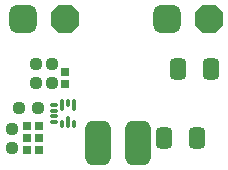
<source format=gbr>
%TF.GenerationSoftware,Altium Limited,Altium Designer,23.9.2 (47)*%
G04 Layer_Color=8388736*
%FSLAX45Y45*%
%MOMM*%
%TF.SameCoordinates,14EE52A8-4136-4093-BC95-9A2147CF655B*%
%TF.FilePolarity,Negative*%
%TF.FileFunction,Soldermask,Top*%
%TF.Part,Single*%
G01*
G75*
%TA.AperFunction,ComponentPad*%
G04:AMPARAMS|DCode=29|XSize=2.35mm|YSize=2.35mm|CornerRadius=0mm|HoleSize=0mm|Usage=FLASHONLY|Rotation=180.000|XOffset=0mm|YOffset=0mm|HoleType=Round|Shape=Octagon|*
%AMOCTAGOND29*
4,1,8,-1.17500,0.58750,-1.17500,-0.58750,-0.58750,-1.17500,0.58750,-1.17500,1.17500,-0.58750,1.17500,0.58750,0.58750,1.17500,-0.58750,1.17500,-1.17500,0.58750,0.0*
%
%ADD29OCTAGOND29*%

G04:AMPARAMS|DCode=30|XSize=2.35mm|YSize=2.35mm|CornerRadius=0.625mm|HoleSize=0mm|Usage=FLASHONLY|Rotation=180.000|XOffset=0mm|YOffset=0mm|HoleType=Round|Shape=RoundedRectangle|*
%AMROUNDEDRECTD30*
21,1,2.35000,1.10000,0,0,180.0*
21,1,1.10000,2.35000,0,0,180.0*
1,1,1.25001,-0.55000,0.55000*
1,1,1.25001,0.55000,0.55000*
1,1,1.25001,0.55000,-0.55000*
1,1,1.25001,-0.55000,-0.55000*
%
%ADD30ROUNDEDRECTD30*%
%TA.AperFunction,SMDPad,CuDef*%
G04:AMPARAMS|DCode=49|XSize=0.28mm|YSize=0.73mm|CornerRadius=0.09mm|HoleSize=0mm|Usage=FLASHONLY|Rotation=180.000|XOffset=0mm|YOffset=0mm|HoleType=Round|Shape=RoundedRectangle|*
%AMROUNDEDRECTD49*
21,1,0.28000,0.55000,0,0,180.0*
21,1,0.10000,0.73000,0,0,180.0*
1,1,0.18000,-0.05000,0.27500*
1,1,0.18000,0.05000,0.27500*
1,1,0.18000,0.05000,-0.27500*
1,1,0.18000,-0.05000,-0.27500*
%
%ADD49ROUNDEDRECTD49*%
G04:AMPARAMS|DCode=50|XSize=0.28mm|YSize=1.08mm|CornerRadius=0.09mm|HoleSize=0mm|Usage=FLASHONLY|Rotation=180.000|XOffset=0mm|YOffset=0mm|HoleType=Round|Shape=RoundedRectangle|*
%AMROUNDEDRECTD50*
21,1,0.28000,0.90000,0,0,180.0*
21,1,0.10000,1.08000,0,0,180.0*
1,1,0.18000,-0.05000,0.45000*
1,1,0.18000,0.05000,0.45000*
1,1,0.18000,0.05000,-0.45000*
1,1,0.18000,-0.05000,-0.45000*
%
%ADD50ROUNDEDRECTD50*%
G04:AMPARAMS|DCode=51|XSize=0.3mm|YSize=0.63mm|CornerRadius=0.095mm|HoleSize=0mm|Usage=FLASHONLY|Rotation=90.000|XOffset=0mm|YOffset=0mm|HoleType=Round|Shape=RoundedRectangle|*
%AMROUNDEDRECTD51*
21,1,0.30000,0.44000,0,0,90.0*
21,1,0.11000,0.63000,0,0,90.0*
1,1,0.19000,0.22000,0.05500*
1,1,0.19000,0.22000,-0.05500*
1,1,0.19000,-0.22000,-0.05500*
1,1,0.19000,-0.22000,0.05500*
%
%ADD51ROUNDEDRECTD51*%
G04:AMPARAMS|DCode=52|XSize=0.75mm|YSize=0.75mm|CornerRadius=0.225mm|HoleSize=0mm|Usage=FLASHONLY|Rotation=90.000|XOffset=0mm|YOffset=0mm|HoleType=Round|Shape=RoundedRectangle|*
%AMROUNDEDRECTD52*
21,1,0.75000,0.30000,0,0,90.0*
21,1,0.30000,0.75000,0,0,90.0*
1,1,0.45000,0.15000,0.15000*
1,1,0.45000,0.15000,-0.15000*
1,1,0.45000,-0.15000,-0.15000*
1,1,0.45000,-0.15000,0.15000*
%
%ADD52ROUNDEDRECTD52*%
G04:AMPARAMS|DCode=53|XSize=3.75mm|YSize=2.15mm|CornerRadius=0.575mm|HoleSize=0mm|Usage=FLASHONLY|Rotation=90.000|XOffset=0mm|YOffset=0mm|HoleType=Round|Shape=RoundedRectangle|*
%AMROUNDEDRECTD53*
21,1,3.75000,1.00000,0,0,90.0*
21,1,2.60000,2.15000,0,0,90.0*
1,1,1.15000,0.50000,1.30000*
1,1,1.15000,0.50000,-1.30000*
1,1,1.15000,-0.50000,-1.30000*
1,1,1.15000,-0.50000,1.30000*
%
%ADD53ROUNDEDRECTD53*%
G04:AMPARAMS|DCode=54|XSize=0.95mm|YSize=0.95mm|CornerRadius=0.275mm|HoleSize=0mm|Usage=FLASHONLY|Rotation=90.000|XOffset=0mm|YOffset=0mm|HoleType=Round|Shape=RoundedRectangle|*
%AMROUNDEDRECTD54*
21,1,0.95000,0.40000,0,0,90.0*
21,1,0.40000,0.95000,0,0,90.0*
1,1,0.55000,0.20000,0.20000*
1,1,0.55000,0.20000,-0.20000*
1,1,0.55000,-0.20000,-0.20000*
1,1,0.55000,-0.20000,0.20000*
%
%ADD54ROUNDEDRECTD54*%
G04:AMPARAMS|DCode=55|XSize=1.8mm|YSize=1.4mm|CornerRadius=0.3875mm|HoleSize=0mm|Usage=FLASHONLY|Rotation=270.000|XOffset=0mm|YOffset=0mm|HoleType=Round|Shape=RoundedRectangle|*
%AMROUNDEDRECTD55*
21,1,1.80000,0.62500,0,0,270.0*
21,1,1.02500,1.40000,0,0,270.0*
1,1,0.77500,-0.31250,-0.51250*
1,1,0.77500,-0.31250,0.51250*
1,1,0.77500,0.31250,0.51250*
1,1,0.77500,0.31250,-0.51250*
%
%ADD55ROUNDEDRECTD55*%
G04:AMPARAMS|DCode=56|XSize=0.95mm|YSize=0.95mm|CornerRadius=0.275mm|HoleSize=0mm|Usage=FLASHONLY|Rotation=0.000|XOffset=0mm|YOffset=0mm|HoleType=Round|Shape=RoundedRectangle|*
%AMROUNDEDRECTD56*
21,1,0.95000,0.40000,0,0,0.0*
21,1,0.40000,0.95000,0,0,0.0*
1,1,0.55000,0.20000,-0.20000*
1,1,0.55000,-0.20000,-0.20000*
1,1,0.55000,-0.20000,0.20000*
1,1,0.55000,0.20000,0.20000*
%
%ADD56ROUNDEDRECTD56*%
G04:AMPARAMS|DCode=57|XSize=0.75mm|YSize=0.75mm|CornerRadius=0.225mm|HoleSize=0mm|Usage=FLASHONLY|Rotation=0.000|XOffset=0mm|YOffset=0mm|HoleType=Round|Shape=RoundedRectangle|*
%AMROUNDEDRECTD57*
21,1,0.75000,0.30000,0,0,0.0*
21,1,0.30000,0.75000,0,0,0.0*
1,1,0.45000,0.15000,-0.15000*
1,1,0.45000,-0.15000,-0.15000*
1,1,0.45000,-0.15000,0.15000*
1,1,0.45000,0.15000,0.15000*
%
%ADD57ROUNDEDRECTD57*%
D29*
X1800000Y1280000D02*
D03*
X579999D02*
D03*
D30*
X1450000D02*
D03*
X229999D02*
D03*
D49*
X555000Y392500D02*
D03*
X655000D02*
D03*
X605000Y567500D02*
D03*
D50*
Y410000D02*
D03*
X655000Y550000D02*
D03*
X555000D02*
D03*
D51*
X487500Y505000D02*
D03*
Y405000D02*
D03*
Y555000D02*
D03*
Y455000D02*
D03*
D52*
X260000Y370000D02*
D03*
X360000D02*
D03*
Y270000D02*
D03*
X260000D02*
D03*
X360000Y170000D02*
D03*
X260000D02*
D03*
D53*
X1200000Y230000D02*
D03*
X860000D02*
D03*
D54*
X350000Y530000D02*
D03*
X190000D02*
D03*
D55*
X1540000Y860000D02*
D03*
X1820000D02*
D03*
X1420000Y270000D02*
D03*
X1700000D02*
D03*
D56*
X130000Y190000D02*
D03*
Y350000D02*
D03*
X340000Y740000D02*
D03*
Y900000D02*
D03*
X470000Y740000D02*
D03*
Y900000D02*
D03*
D57*
X580000Y830000D02*
D03*
Y730000D02*
D03*
%TF.MD5,42247eafa398a0babfabd3ed5103bfa2*%
M02*

</source>
